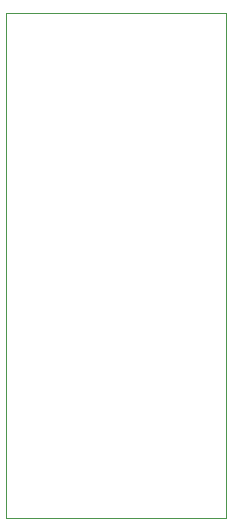
<source format=gm1>
%TF.GenerationSoftware,KiCad,Pcbnew,7.0.1*%
%TF.CreationDate,2024-12-23T01:12:25-08:00*%
%TF.ProjectId,SOP32-DIP32_adapter,534f5033-322d-4444-9950-33325f616461,rev?*%
%TF.SameCoordinates,Original*%
%TF.FileFunction,Profile,NP*%
%FSLAX46Y46*%
G04 Gerber Fmt 4.6, Leading zero omitted, Abs format (unit mm)*
G04 Created by KiCad (PCBNEW 7.0.1) date 2024-12-23 01:12:25*
%MOMM*%
%LPD*%
G01*
G04 APERTURE LIST*
%TA.AperFunction,Profile*%
%ADD10C,0.100000*%
%TD*%
G04 APERTURE END LIST*
D10*
X118000000Y-118000000D02*
X99400000Y-118000000D01*
X99400000Y-118000000D02*
X99400000Y-75300000D01*
X99400000Y-75300000D02*
X100000000Y-75300000D01*
X118000000Y-75300000D02*
X118000000Y-118000000D01*
X100000000Y-75300000D02*
X118000000Y-75300000D01*
M02*

</source>
